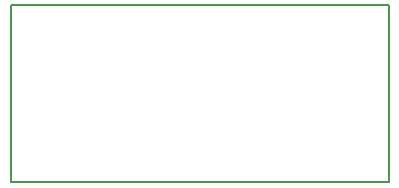
<source format=gko>
G04 Layer: BoardOutlineLayer*
G04 EasyEDA Pro v2.1.63.af010a1c.225d47, 2024-08-20 21:27:34*
G04 Gerber Generator version 0.3*
G04 Scale: 100 percent, Rotated: No, Reflected: No*
G04 Dimensions in millimeters*
G04 Leading zeros omitted, absolute positions, 3 integers and 5 decimals*
%TF.GenerationSoftware,KiCad,Pcbnew,8.0.4*%
%TF.CreationDate,2024-08-27T14:50:54+08:00*%
%TF.ProjectId,Raindrop_humidity_sensing_board,5261696e-6472-46f7-905f-68756d696469,rev?*%
%TF.SameCoordinates,Original*%
%TF.FileFunction,Profile,NP*%
%FSLAX46Y46*%
G04 Gerber Fmt 4.6, Leading zero omitted, Abs format (unit mm)*
G04 Created by KiCad (PCBNEW 8.0.4) date 2024-08-27 14:50:54*
%MOMM*%
%LPD*%
G01*
G04 APERTURE LIST*
%TA.AperFunction,Profile*%
%ADD10C,0.180000*%
%TD*%
G04 APERTURE END LIST*
D10*
X83220000Y-59570000D02*
X115220000Y-59570000D01*
X115220000Y-74570000D01*
X83220000Y-74570000D01*
X83220000Y-59570000D01*
M02*

</source>
